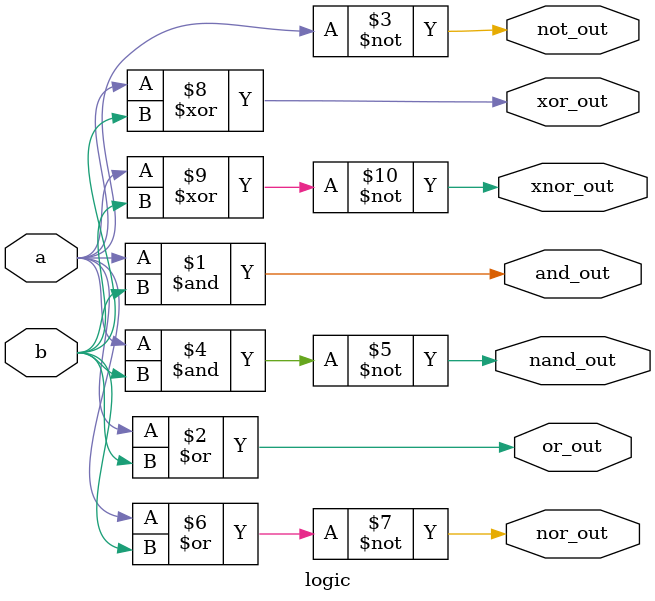
<source format=v>
module logic (
    input  wire a,     // Input A
    input  wire b,     // Input B
    output wire and_out,
    output wire or_out,
    output wire not_out,   // only on A
    output wire nand_out,
    output wire nor_out,
    output wire xor_out,
    output wire xnor_out
);

    assign and_out  = a & b;      // AND gate
    assign or_out   = a | b;      // OR gate
    assign not_out  = ~a;         // NOT gate (on input A)
    assign nand_out = ~(a & b);   // NAND gate
    assign nor_out  = ~(a | b);   // NOR gate
    assign xor_out  = a ^ b;      // XOR gate
    assign xnor_out = ~(a ^ b);   // XNOR gate

endmodule

</source>
